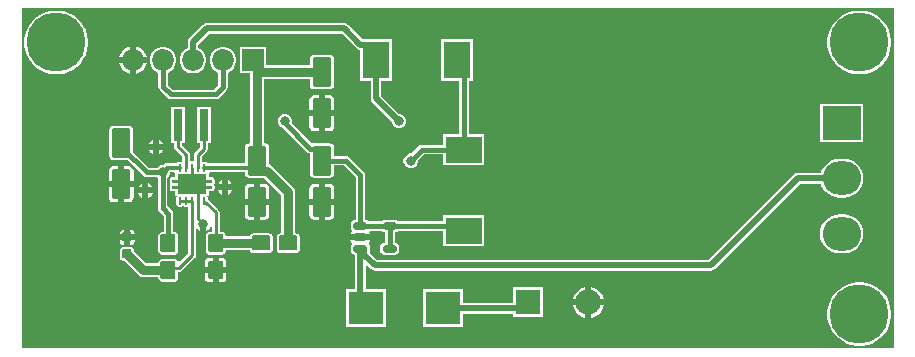
<source format=gbr>
%TF.GenerationSoftware,Altium Limited,Altium Designer,24.0.1 (36)*%
G04 Layer_Physical_Order=1*
G04 Layer_Color=255*
%FSLAX45Y45*%
%MOMM*%
%TF.SameCoordinates,B6A77970-8F51-4162-B198-D5255F9352F6*%
%TF.FilePolarity,Positive*%
%TF.FileFunction,Copper,L1,Top,Signal*%
%TF.Part,Single*%
G01*
G75*
%TA.AperFunction,SMDPad,CuDef*%
%ADD10R,3.12000X2.29000*%
%ADD11R,2.29000X3.12000*%
G04:AMPARAMS|DCode=12|XSize=2.5mm|YSize=1.6mm|CornerRadius=0.12mm|HoleSize=0mm|Usage=FLASHONLY|Rotation=270.000|XOffset=0mm|YOffset=0mm|HoleType=Round|Shape=RoundedRectangle|*
%AMROUNDEDRECTD12*
21,1,2.50000,1.36000,0,0,270.0*
21,1,2.26000,1.60000,0,0,270.0*
1,1,0.24000,-0.68000,-1.13000*
1,1,0.24000,-0.68000,1.13000*
1,1,0.24000,0.68000,1.13000*
1,1,0.24000,0.68000,-1.13000*
%
%ADD12ROUNDEDRECTD12*%
G04:AMPARAMS|DCode=13|XSize=0.6mm|YSize=0.24mm|CornerRadius=0.03mm|HoleSize=0mm|Usage=FLASHONLY|Rotation=270.000|XOffset=0mm|YOffset=0mm|HoleType=Round|Shape=RoundedRectangle|*
%AMROUNDEDRECTD13*
21,1,0.60000,0.18000,0,0,270.0*
21,1,0.54000,0.24000,0,0,270.0*
1,1,0.06000,-0.09000,-0.27000*
1,1,0.06000,-0.09000,0.27000*
1,1,0.06000,0.09000,0.27000*
1,1,0.06000,0.09000,-0.27000*
%
%ADD13ROUNDEDRECTD13*%
G04:AMPARAMS|DCode=14|XSize=1.65mm|YSize=2.4mm|CornerRadius=0.04125mm|HoleSize=0mm|Usage=FLASHONLY|Rotation=270.000|XOffset=0mm|YOffset=0mm|HoleType=Round|Shape=RoundedRectangle|*
%AMROUNDEDRECTD14*
21,1,1.65000,2.31750,0,0,270.0*
21,1,1.56750,2.40000,0,0,270.0*
1,1,0.08250,-1.15875,-0.78375*
1,1,0.08250,-1.15875,0.78375*
1,1,0.08250,1.15875,0.78375*
1,1,0.08250,1.15875,-0.78375*
%
%ADD14ROUNDEDRECTD14*%
G04:AMPARAMS|DCode=15|XSize=1.22mm|YSize=0.6mm|CornerRadius=0.15mm|HoleSize=0mm|Usage=FLASHONLY|Rotation=0.000|XOffset=0mm|YOffset=0mm|HoleType=Round|Shape=RoundedRectangle|*
%AMROUNDEDRECTD15*
21,1,1.22000,0.30000,0,0,0.0*
21,1,0.92000,0.60000,0,0,0.0*
1,1,0.30000,0.46000,-0.15000*
1,1,0.30000,-0.46000,-0.15000*
1,1,0.30000,-0.46000,0.15000*
1,1,0.30000,0.46000,0.15000*
%
%ADD15ROUNDEDRECTD15*%
G04:AMPARAMS|DCode=16|XSize=1.524mm|YSize=1.27mm|CornerRadius=0.09525mm|HoleSize=0mm|Usage=FLASHONLY|Rotation=0.000|XOffset=0mm|YOffset=0mm|HoleType=Round|Shape=RoundedRectangle|*
%AMROUNDEDRECTD16*
21,1,1.52400,1.07950,0,0,0.0*
21,1,1.33350,1.27000,0,0,0.0*
1,1,0.19050,0.66675,-0.53975*
1,1,0.19050,-0.66675,-0.53975*
1,1,0.19050,-0.66675,0.53975*
1,1,0.19050,0.66675,0.53975*
%
%ADD16ROUNDEDRECTD16*%
%ADD17R,3.00000X2.80000*%
%ADD18R,0.80000X2.70000*%
G04:AMPARAMS|DCode=19|XSize=1.524mm|YSize=1.27mm|CornerRadius=0.09525mm|HoleSize=0mm|Usage=FLASHONLY|Rotation=90.000|XOffset=0mm|YOffset=0mm|HoleType=Round|Shape=RoundedRectangle|*
%AMROUNDEDRECTD19*
21,1,1.52400,1.07950,0,0,90.0*
21,1,1.33350,1.27000,0,0,90.0*
1,1,0.19050,0.53975,0.66675*
1,1,0.19050,0.53975,-0.66675*
1,1,0.19050,-0.53975,-0.66675*
1,1,0.19050,-0.53975,0.66675*
%
%ADD19ROUNDEDRECTD19*%
G04:AMPARAMS|DCode=20|XSize=0.762mm|YSize=0.762mm|CornerRadius=0.0381mm|HoleSize=0mm|Usage=FLASHONLY|Rotation=90.000|XOffset=0mm|YOffset=0mm|HoleType=Round|Shape=RoundedRectangle|*
%AMROUNDEDRECTD20*
21,1,0.76200,0.68580,0,0,90.0*
21,1,0.68580,0.76200,0,0,90.0*
1,1,0.07620,0.34290,0.34290*
1,1,0.07620,0.34290,-0.34290*
1,1,0.07620,-0.34290,-0.34290*
1,1,0.07620,-0.34290,0.34290*
%
%ADD20ROUNDEDRECTD20*%
%TA.AperFunction,Conductor*%
%ADD21C,0.40000*%
%ADD22C,0.50000*%
%ADD23C,0.25000*%
%ADD24C,0.75000*%
%ADD25C,0.30000*%
%TA.AperFunction,ComponentPad*%
%ADD26R,3.25000X2.85000*%
%ADD27O,3.25000X2.85000*%
%ADD28C,0.30000*%
%ADD29R,2.15000X2.15000*%
%ADD30C,2.15000*%
%ADD31C,5.00000*%
%ADD32C,1.85000*%
%ADD33R,1.85000X1.85000*%
%TA.AperFunction,ViaPad*%
%ADD34C,0.80000*%
G36*
X7441373Y58627D02*
X58627D01*
Y2941374D01*
X7441373D01*
Y58627D01*
D02*
G37*
%LPC*%
G36*
X1025000Y2614946D02*
Y2525000D01*
X1114946D01*
X1109493Y2545353D01*
X1094023Y2572147D01*
X1072147Y2594024D01*
X1045353Y2609493D01*
X1025000Y2614946D01*
D02*
G37*
G36*
X975000D02*
X954647Y2609493D01*
X927853Y2594024D01*
X905977Y2572147D01*
X890507Y2545353D01*
X885054Y2525000D01*
X975000D01*
Y2614946D01*
D02*
G37*
G36*
X1114946Y2475000D02*
X1025000D01*
Y2385054D01*
X1045353Y2390508D01*
X1072147Y2405977D01*
X1094023Y2427853D01*
X1109493Y2454647D01*
X1114946Y2475000D01*
D02*
G37*
G36*
X975000D02*
X885054D01*
X890507Y2454647D01*
X905977Y2427853D01*
X927853Y2405977D01*
X954647Y2390508D01*
X975000Y2385054D01*
Y2475000D01*
D02*
G37*
G36*
X7171249Y2920000D02*
X7128751D01*
X7086775Y2913352D01*
X7046356Y2900219D01*
X7008489Y2880925D01*
X6974107Y2855945D01*
X6944055Y2825893D01*
X6919075Y2791511D01*
X6899781Y2753644D01*
X6886648Y2713225D01*
X6880000Y2671249D01*
Y2628751D01*
X6886648Y2586775D01*
X6899781Y2546356D01*
X6919075Y2508489D01*
X6944055Y2474107D01*
X6974107Y2444056D01*
X7008489Y2419075D01*
X7046356Y2399781D01*
X7086775Y2386648D01*
X7128751Y2380000D01*
X7171249D01*
X7213225Y2386648D01*
X7253644Y2399781D01*
X7291511Y2419075D01*
X7325893Y2444056D01*
X7355944Y2474107D01*
X7380925Y2508489D01*
X7400219Y2546356D01*
X7413352Y2586775D01*
X7420000Y2628751D01*
Y2671249D01*
X7413352Y2713225D01*
X7400219Y2753644D01*
X7380925Y2791511D01*
X7355944Y2825893D01*
X7325893Y2855945D01*
X7291511Y2880925D01*
X7253644Y2900219D01*
X7213225Y2913352D01*
X7171249Y2920000D01*
D02*
G37*
G36*
X371249D02*
X328751D01*
X286775Y2913352D01*
X246356Y2900219D01*
X208489Y2880925D01*
X174107Y2855945D01*
X144056Y2825893D01*
X119075Y2791511D01*
X99781Y2753644D01*
X86648Y2713225D01*
X80000Y2671249D01*
Y2628751D01*
X86648Y2586775D01*
X99781Y2546356D01*
X119075Y2508489D01*
X144056Y2474107D01*
X174107Y2444056D01*
X208489Y2419075D01*
X246356Y2399781D01*
X286775Y2386648D01*
X328751Y2380000D01*
X371249D01*
X413225Y2386648D01*
X453644Y2399781D01*
X491511Y2419075D01*
X525893Y2444056D01*
X555945Y2474107D01*
X580925Y2508489D01*
X600219Y2546356D01*
X613352Y2586775D01*
X620000Y2628751D01*
Y2671249D01*
X613352Y2713225D01*
X600219Y2753644D01*
X580925Y2791511D01*
X555945Y2825893D01*
X525893Y2855945D01*
X491511Y2880925D01*
X453644Y2900219D01*
X413225Y2913352D01*
X371249Y2920000D01*
D02*
G37*
G36*
X2128500Y2612500D02*
X1903500D01*
Y2387500D01*
X1991373D01*
Y1795627D01*
X1982000D01*
X1969514Y1793143D01*
X1958930Y1786071D01*
X1951857Y1775486D01*
X1949373Y1763000D01*
Y1625686D01*
X1630723D01*
X1630666Y1625974D01*
X1625582Y1633582D01*
X1617974Y1638665D01*
X1609000Y1640450D01*
X1591000D01*
X1583137Y1646904D01*
Y1686275D01*
X1623431Y1726569D01*
X1630614Y1737319D01*
X1633137Y1750000D01*
Y1795000D01*
X1660000D01*
Y2105000D01*
X1540000D01*
Y1795000D01*
X1566864D01*
Y1763726D01*
X1526569Y1723431D01*
X1519386Y1712681D01*
X1516863Y1700000D01*
Y1652002D01*
X1509000Y1645548D01*
X1491000D01*
X1483137Y1652002D01*
Y1700000D01*
X1480614Y1712680D01*
X1473431Y1723431D01*
X1414562Y1782300D01*
X1416578Y1795000D01*
X1440000D01*
Y2105000D01*
X1320000D01*
Y1795000D01*
X1346863D01*
Y1770000D01*
X1349386Y1757319D01*
X1356569Y1746569D01*
X1416864Y1686274D01*
Y1646904D01*
X1409000Y1640450D01*
X1391000D01*
X1382026Y1638665D01*
X1374418Y1633582D01*
X1369335Y1625974D01*
X1369277Y1625686D01*
X1308590D01*
X1305607Y1627679D01*
X1290000Y1630783D01*
X1274393Y1627679D01*
X1261162Y1618838D01*
X1252323Y1610000D01*
X1238065D01*
X1216013Y1600865D01*
X1205931Y1590783D01*
X1134393D01*
X1000627Y1724550D01*
Y1913000D01*
X998143Y1925485D01*
X991070Y1936070D01*
X980485Y1943143D01*
X968000Y1945627D01*
X832000D01*
X819514Y1943143D01*
X808930Y1936070D01*
X801857Y1925485D01*
X799373Y1913000D01*
Y1687000D01*
X801857Y1674514D01*
X808930Y1663929D01*
X819514Y1656856D01*
X832000Y1654373D01*
X955450D01*
X1088661Y1521162D01*
X1088662Y1521162D01*
X1101893Y1512321D01*
X1117500Y1509216D01*
X1117501Y1509216D01*
X1205931D01*
X1209217Y1505931D01*
Y1250001D01*
X1209216Y1250000D01*
X1212321Y1234393D01*
X1221162Y1221162D01*
X1259216Y1183107D01*
Y1046778D01*
X1246025D01*
X1234505Y1044487D01*
X1224739Y1037961D01*
X1218213Y1028195D01*
X1215922Y1016675D01*
Y883325D01*
X1218213Y871805D01*
X1224739Y862039D01*
X1234505Y855513D01*
X1246025Y853222D01*
X1353975D01*
X1365495Y855513D01*
X1375261Y862039D01*
X1381787Y871805D01*
X1384078Y883325D01*
Y1016675D01*
X1381787Y1028195D01*
X1375261Y1037961D01*
X1365495Y1044487D01*
X1353975Y1046778D01*
X1340783D01*
Y1199999D01*
X1340784Y1200000D01*
X1337679Y1215607D01*
X1328838Y1228839D01*
X1290784Y1266893D01*
Y1505931D01*
X1300866Y1516013D01*
X1310000Y1538065D01*
Y1552323D01*
X1311991Y1554314D01*
X1351155D01*
X1357943Y1541614D01*
X1356690Y1539739D01*
X1354430Y1528375D01*
Y1507892D01*
X1330000D01*
X1322196Y1506340D01*
X1315581Y1501919D01*
X1311160Y1495304D01*
X1309608Y1487500D01*
Y1462500D01*
X1311160Y1454696D01*
X1314298Y1450000D01*
X1311160Y1445303D01*
X1309608Y1437500D01*
Y1412500D01*
X1311160Y1404696D01*
X1315581Y1398081D01*
X1322196Y1393660D01*
X1330000Y1392108D01*
X1354430D01*
Y1371625D01*
X1356690Y1360261D01*
X1363127Y1350627D01*
X1369568Y1346323D01*
X1369335Y1345974D01*
X1367549Y1337000D01*
Y1313449D01*
X1366863Y1310000D01*
X1367549Y1306551D01*
Y1283000D01*
X1369335Y1274026D01*
X1374418Y1266418D01*
X1382026Y1261335D01*
X1391000Y1259549D01*
X1409000D01*
X1417974Y1261335D01*
X1425000Y1266029D01*
X1432026Y1261335D01*
X1441000Y1259549D01*
X1459000D01*
X1466863Y1253096D01*
Y863726D01*
X1396062Y792924D01*
X1382282Y797105D01*
X1381787Y799595D01*
X1375261Y809361D01*
X1365495Y815887D01*
X1353975Y818178D01*
X1246025D01*
X1234505Y815887D01*
X1224739Y809361D01*
X1218213Y799595D01*
X1215922Y788075D01*
Y780026D01*
X1113184D01*
X1008566Y884644D01*
Y894590D01*
X1006718Y903880D01*
X1001456Y911756D01*
X993580Y917018D01*
X984290Y918866D01*
X950301D01*
X950000Y918926D01*
X949699Y918866D01*
X915710D01*
X906420Y917018D01*
X898544Y911756D01*
X893281Y903880D01*
X891434Y894590D01*
Y860601D01*
X891374Y860300D01*
X891434Y859999D01*
Y826010D01*
X893281Y816720D01*
X898544Y808844D01*
X906420Y803582D01*
X915710Y801734D01*
X925656D01*
X1047445Y679945D01*
X1066465Y667236D01*
X1088900Y662773D01*
X1215922D01*
Y654725D01*
X1218213Y643205D01*
X1224739Y633439D01*
X1234505Y626913D01*
X1246025Y624622D01*
X1353975D01*
X1365495Y626913D01*
X1375261Y633439D01*
X1381787Y643205D01*
X1384078Y654725D01*
Y703218D01*
X1386355D01*
X1399036Y705741D01*
X1409786Y712924D01*
X1523431Y826569D01*
X1530614Y837319D01*
X1533137Y850000D01*
Y1069770D01*
X1538518Y1072937D01*
X1545837Y1074397D01*
X1556147Y1064087D01*
X1570968Y1055530D01*
X1571058Y1055506D01*
Y1116100D01*
X1621057D01*
Y1055506D01*
X1621147Y1055530D01*
X1635968Y1064087D01*
X1648070Y1076189D01*
X1654163Y1086743D01*
X1666863Y1083340D01*
Y1046778D01*
X1646025D01*
X1634505Y1044487D01*
X1624739Y1037961D01*
X1618213Y1028195D01*
X1615922Y1016675D01*
Y883325D01*
X1618213Y871805D01*
X1624739Y862039D01*
X1634505Y855513D01*
X1646025Y853222D01*
X1753975D01*
X1765495Y855513D01*
X1775261Y862039D01*
X1781787Y871805D01*
X1784078Y883325D01*
Y891373D01*
X1989847D01*
X1991213Y884505D01*
X1997739Y874739D01*
X2007505Y868213D01*
X2019025Y865922D01*
X2152375D01*
X2163895Y868213D01*
X2173661Y874739D01*
X2180187Y884505D01*
X2182478Y896025D01*
Y1003975D01*
X2180187Y1015495D01*
X2173661Y1025261D01*
X2163895Y1031787D01*
X2152375Y1034078D01*
X2019025D01*
X2007505Y1031787D01*
X1997739Y1025261D01*
X1991213Y1015495D01*
X1989847Y1008626D01*
X1784078D01*
Y1016675D01*
X1781787Y1028195D01*
X1775261Y1037961D01*
X1765495Y1044487D01*
X1753975Y1046778D01*
X1733136D01*
Y1210000D01*
X1730614Y1222681D01*
X1723431Y1233431D01*
X1640931Y1315931D01*
X1632451Y1321598D01*
Y1337000D01*
X1630666Y1345974D01*
X1630432Y1346323D01*
X1636873Y1350627D01*
X1643310Y1360261D01*
X1645570Y1371625D01*
Y1392108D01*
X1670000D01*
X1677804Y1393660D01*
X1684419Y1398081D01*
X1688840Y1404696D01*
X1690392Y1412500D01*
Y1437500D01*
X1688840Y1445303D01*
X1685702Y1450000D01*
X1688840Y1454696D01*
X1690392Y1462500D01*
Y1487500D01*
X1688840Y1495304D01*
X1684419Y1501919D01*
X1677804Y1506340D01*
X1670000Y1507892D01*
X1645570D01*
Y1528375D01*
X1643310Y1539739D01*
X1642057Y1541614D01*
X1648846Y1554314D01*
X1949373D01*
Y1537000D01*
X1951857Y1524514D01*
X1958930Y1513929D01*
X1969514Y1506857D01*
X1982000Y1504373D01*
X2089988D01*
X2092500Y1503874D01*
X2113216D01*
X2255673Y1361416D01*
Y1034078D01*
X2247625D01*
X2236105Y1031787D01*
X2226339Y1025261D01*
X2219813Y1015495D01*
X2217522Y1003975D01*
Y896025D01*
X2219813Y884505D01*
X2226339Y874739D01*
X2236105Y868213D01*
X2247625Y865922D01*
X2380975D01*
X2392495Y868213D01*
X2402261Y874739D01*
X2408787Y884505D01*
X2411078Y896025D01*
Y1003975D01*
X2408787Y1015495D01*
X2402261Y1025261D01*
X2392495Y1031787D01*
X2380975Y1034078D01*
X2372926D01*
Y1385700D01*
X2368464Y1408135D01*
X2355755Y1427155D01*
X2178955Y1603955D01*
X2159935Y1616664D01*
X2150627Y1618515D01*
Y1763000D01*
X2148143Y1775486D01*
X2141070Y1786071D01*
X2130485Y1793143D01*
X2118000Y1795627D01*
X2108626D01*
Y2341373D01*
X2499373D01*
Y2287000D01*
X2501857Y2274514D01*
X2508929Y2263929D01*
X2519514Y2256857D01*
X2532000Y2254373D01*
X2668000D01*
X2680485Y2256857D01*
X2691070Y2263929D01*
X2698143Y2274514D01*
X2700627Y2287000D01*
Y2513000D01*
X2698143Y2525485D01*
X2691070Y2536070D01*
X2680485Y2543143D01*
X2668000Y2545627D01*
X2532000D01*
X2519514Y2543143D01*
X2508929Y2536070D01*
X2501857Y2525485D01*
X2499373Y2513000D01*
Y2458626D01*
X2128500D01*
Y2612500D01*
D02*
G37*
G36*
X1776811D02*
X1747189D01*
X1718577Y2604833D01*
X1692923Y2590023D01*
X1671978Y2569077D01*
X1657167Y2543423D01*
X1649500Y2514811D01*
Y2485189D01*
X1657167Y2456577D01*
X1671978Y2430924D01*
X1692923Y2409978D01*
X1718577Y2395167D01*
X1721217Y2394460D01*
Y2286893D01*
X1684907Y2250584D01*
X1337693D01*
X1294784Y2293493D01*
Y2394460D01*
X1297423Y2395167D01*
X1323077Y2409978D01*
X1344022Y2430924D01*
X1358833Y2456577D01*
X1366500Y2485189D01*
Y2514811D01*
X1358833Y2543423D01*
X1344022Y2569077D01*
X1323077Y2590023D01*
X1297423Y2604833D01*
X1268811Y2612500D01*
X1239189D01*
X1210577Y2604833D01*
X1184923Y2590023D01*
X1163978Y2569077D01*
X1149167Y2543423D01*
X1141500Y2514811D01*
Y2485189D01*
X1149167Y2456577D01*
X1163978Y2430924D01*
X1184923Y2409978D01*
X1210577Y2395167D01*
X1213217Y2394460D01*
Y2276601D01*
X1213216Y2276600D01*
X1216321Y2260993D01*
X1225162Y2247762D01*
X1291961Y2180962D01*
X1291962Y2180962D01*
X1305193Y2172121D01*
X1320800Y2169016D01*
X1320801Y2169016D01*
X1701799D01*
X1701800Y2169016D01*
X1717407Y2172121D01*
X1730638Y2180962D01*
X1790838Y2241162D01*
X1799679Y2254393D01*
X1802784Y2270000D01*
X1802784Y2270001D01*
Y2394460D01*
X1805423Y2395167D01*
X1831077Y2409978D01*
X1852022Y2430924D01*
X1866833Y2456577D01*
X1874500Y2485189D01*
Y2514811D01*
X1866833Y2543423D01*
X1852022Y2569077D01*
X1831077Y2590023D01*
X1805423Y2604833D01*
X1776811Y2612500D01*
D02*
G37*
G36*
X2668000Y2200725D02*
X2625000D01*
Y2075000D01*
X2705725D01*
Y2163000D01*
X2702853Y2177437D01*
X2694675Y2189676D01*
X2682436Y2197853D01*
X2668000Y2200725D01*
D02*
G37*
G36*
X2575000D02*
X2532000D01*
X2517563Y2197853D01*
X2505324Y2189676D01*
X2497147Y2177437D01*
X2494275Y2163000D01*
Y2075000D01*
X2575000D01*
Y2200725D01*
D02*
G37*
G36*
X2788400Y2814482D02*
X1625600D01*
X1608042Y2810989D01*
X1593157Y2801043D01*
X1475557Y2683443D01*
X1465611Y2668558D01*
X1462118Y2651000D01*
Y2603414D01*
X1438923Y2590023D01*
X1417978Y2569077D01*
X1403167Y2543423D01*
X1395500Y2514811D01*
Y2485189D01*
X1403167Y2456577D01*
X1417978Y2430924D01*
X1438923Y2409978D01*
X1464577Y2395167D01*
X1493189Y2387500D01*
X1522811D01*
X1551423Y2395167D01*
X1577077Y2409978D01*
X1598022Y2430924D01*
X1612833Y2456577D01*
X1620500Y2485189D01*
Y2514811D01*
X1612833Y2543423D01*
X1598022Y2569077D01*
X1577077Y2590023D01*
X1553882Y2603414D01*
Y2631995D01*
X1644605Y2722718D01*
X2769395D01*
X2893557Y2598557D01*
X2908442Y2588611D01*
X2922500Y2585815D01*
Y2324000D01*
X3011118D01*
Y2175400D01*
X3014611Y2157842D01*
X3024557Y2142957D01*
X3191200Y1976314D01*
Y1969265D01*
X3200334Y1947213D01*
X3217213Y1930334D01*
X3239265Y1921200D01*
X3263135D01*
X3285187Y1930334D01*
X3302066Y1947213D01*
X3311200Y1969265D01*
Y1993135D01*
X3302066Y2015187D01*
X3285187Y2032066D01*
X3263135Y2041200D01*
X3256086D01*
X3102882Y2194405D01*
Y2324000D01*
X3191500D01*
Y2676000D01*
X2971932D01*
X2967500Y2676882D01*
X2945005D01*
X2820843Y2801043D01*
X2805958Y2810989D01*
X2788400Y2814482D01*
D02*
G37*
G36*
X2705725Y2025000D02*
X2625000D01*
Y1899275D01*
X2668000D01*
X2682436Y1902147D01*
X2694675Y1910324D01*
X2702853Y1922563D01*
X2705725Y1937000D01*
Y2025000D01*
D02*
G37*
G36*
X2575000D02*
X2494275D01*
Y1937000D01*
X2497147Y1922563D01*
X2505324Y1910324D01*
X2517563Y1902147D01*
X2532000Y1899275D01*
X2575000D01*
Y2025000D01*
D02*
G37*
G36*
X7182500Y2132500D02*
X6817500D01*
Y1807500D01*
X7182500D01*
Y2132500D01*
D02*
G37*
G36*
X1218800Y1825894D02*
Y1790300D01*
X1254394D01*
X1254370Y1790389D01*
X1245813Y1805211D01*
X1233711Y1817313D01*
X1218889Y1825870D01*
X1218800Y1825894D01*
D02*
G37*
G36*
X1168800D02*
X1168711Y1825870D01*
X1153889Y1817313D01*
X1141787Y1805211D01*
X1133230Y1790389D01*
X1133206Y1790300D01*
X1168800D01*
Y1825894D01*
D02*
G37*
G36*
X3877500Y2676000D02*
X3608500D01*
Y2324000D01*
X3759217D01*
Y1877500D01*
X3624000D01*
Y1783784D01*
X3443001D01*
X3443000Y1783784D01*
X3427393Y1780679D01*
X3414162Y1771838D01*
X3352323Y1710000D01*
X3338065D01*
X3316013Y1700866D01*
X3299134Y1683987D01*
X3290000Y1661935D01*
Y1638065D01*
X3299134Y1616013D01*
X3316013Y1599134D01*
X3338065Y1590000D01*
X3361935D01*
X3383987Y1599134D01*
X3400865Y1616013D01*
X3410000Y1638065D01*
Y1652323D01*
X3459893Y1702217D01*
X3624000D01*
Y1608500D01*
X3976000D01*
Y1877500D01*
X3840784D01*
Y2324000D01*
X3877500D01*
Y2676000D01*
D02*
G37*
G36*
X1254394Y1740300D02*
X1218800D01*
Y1704706D01*
X1218889Y1704730D01*
X1233711Y1713287D01*
X1245813Y1725389D01*
X1254370Y1740211D01*
X1254394Y1740300D01*
D02*
G37*
G36*
X1168800D02*
X1133206D01*
X1133230Y1740211D01*
X1141787Y1725389D01*
X1153889Y1713287D01*
X1168711Y1704730D01*
X1168800Y1704706D01*
Y1740300D01*
D02*
G37*
G36*
X968000Y1600725D02*
X925000D01*
Y1475000D01*
X1005725D01*
Y1563000D01*
X1002853Y1577437D01*
X994675Y1589676D01*
X982436Y1597853D01*
X968000Y1600725D01*
D02*
G37*
G36*
X875000D02*
X832000D01*
X817564Y1597853D01*
X805325Y1589676D01*
X797147Y1577437D01*
X794275Y1563000D01*
Y1475000D01*
X875000D01*
Y1600725D01*
D02*
G37*
G36*
X1803000Y1482994D02*
Y1447400D01*
X1838594D01*
X1838570Y1447489D01*
X1830013Y1462311D01*
X1817911Y1474413D01*
X1803089Y1482970D01*
X1803000Y1482994D01*
D02*
G37*
G36*
X1753000D02*
X1752911Y1482970D01*
X1738089Y1474413D01*
X1725987Y1462311D01*
X1717430Y1447489D01*
X1717406Y1447400D01*
X1753000D01*
Y1482994D01*
D02*
G37*
G36*
X1129900Y1457594D02*
Y1422000D01*
X1165494D01*
X1165470Y1422089D01*
X1156913Y1436911D01*
X1144811Y1449013D01*
X1129989Y1457570D01*
X1129900Y1457594D01*
D02*
G37*
G36*
X1079900D02*
X1079811Y1457570D01*
X1064989Y1449013D01*
X1052887Y1436911D01*
X1044330Y1422089D01*
X1044306Y1422000D01*
X1079900D01*
Y1457594D01*
D02*
G37*
G36*
X1838594Y1397400D02*
X1803000D01*
Y1361806D01*
X1803089Y1361830D01*
X1817911Y1370387D01*
X1830013Y1382489D01*
X1838570Y1397311D01*
X1838594Y1397400D01*
D02*
G37*
G36*
X1753000D02*
X1717406D01*
X1717430Y1397311D01*
X1725987Y1382489D01*
X1738089Y1370387D01*
X1752911Y1361830D01*
X1753000Y1361806D01*
Y1397400D01*
D02*
G37*
G36*
X7020000Y1663286D02*
X6980000D01*
X6948144Y1660149D01*
X6917513Y1650857D01*
X6889283Y1635768D01*
X6864539Y1615461D01*
X6844232Y1590717D01*
X6829143Y1562487D01*
X6824106Y1545882D01*
X6630800D01*
X6613242Y1542389D01*
X6598357Y1532443D01*
X5873795Y807882D01*
X3067005D01*
X3005271Y869615D01*
Y880375D01*
X3007186Y890000D01*
Y920000D01*
X3004469Y933656D01*
X2996734Y945233D01*
X3001234Y957501D01*
X3009179Y969393D01*
X3010294Y975000D01*
X2840706D01*
X2841821Y969393D01*
X2849767Y957501D01*
X2854267Y945233D01*
X2846531Y933656D01*
X2843814Y920000D01*
Y890000D01*
X2846531Y876344D01*
X2854267Y864766D01*
X2865844Y857031D01*
X2879500Y854314D01*
X2879619D01*
Y560000D01*
X2805000D01*
Y240000D01*
X3145000D01*
Y560000D01*
X2971382D01*
Y757138D01*
X2983115Y761999D01*
X3015557Y729557D01*
X3030442Y719611D01*
X3048000Y716118D01*
X5892800D01*
X5910358Y719611D01*
X5925243Y729557D01*
X6649805Y1454119D01*
X6824106D01*
X6829143Y1437513D01*
X6844232Y1409283D01*
X6864539Y1384539D01*
X6889283Y1364232D01*
X6917513Y1349143D01*
X6948144Y1339851D01*
X6980000Y1336714D01*
X7020000D01*
X7051856Y1339851D01*
X7082487Y1349143D01*
X7110717Y1364232D01*
X7135461Y1384539D01*
X7155768Y1409283D01*
X7170857Y1437513D01*
X7180149Y1468144D01*
X7183286Y1500000D01*
X7180149Y1531856D01*
X7170857Y1562487D01*
X7155768Y1590717D01*
X7135461Y1615461D01*
X7110717Y1635768D01*
X7082487Y1650857D01*
X7051856Y1660149D01*
X7020000Y1663286D01*
D02*
G37*
G36*
X1165494Y1372000D02*
X1129900D01*
Y1336406D01*
X1129989Y1336430D01*
X1144811Y1344987D01*
X1156913Y1357089D01*
X1165470Y1371911D01*
X1165494Y1372000D01*
D02*
G37*
G36*
X1079900D02*
X1044306D01*
X1044330Y1371911D01*
X1052887Y1357089D01*
X1064989Y1344987D01*
X1079811Y1336430D01*
X1079900Y1336406D01*
Y1372000D01*
D02*
G37*
G36*
X2118000Y1450725D02*
X2075000D01*
Y1325000D01*
X2155725D01*
Y1413000D01*
X2152853Y1427437D01*
X2144675Y1439676D01*
X2132436Y1447853D01*
X2118000Y1450725D01*
D02*
G37*
G36*
X2025000D02*
X1982000D01*
X1967564Y1447853D01*
X1955325Y1439676D01*
X1947147Y1427437D01*
X1944275Y1413000D01*
Y1325000D01*
X2025000D01*
Y1450725D01*
D02*
G37*
G36*
X2668000Y1450725D02*
X2625000D01*
Y1325000D01*
X2705725D01*
Y1413000D01*
X2702853Y1427437D01*
X2694675Y1439676D01*
X2682436Y1447853D01*
X2668000Y1450725D01*
D02*
G37*
G36*
X2575000D02*
X2532000D01*
X2517563Y1447853D01*
X2505324Y1439676D01*
X2497147Y1427437D01*
X2494275Y1413000D01*
Y1325000D01*
X2575000D01*
Y1450725D01*
D02*
G37*
G36*
X1005725Y1425000D02*
X925000D01*
Y1299275D01*
X968000D01*
X982436Y1302147D01*
X994675Y1310324D01*
X1002853Y1322563D01*
X1005725Y1337000D01*
Y1425000D01*
D02*
G37*
G36*
X875000D02*
X794275D01*
Y1337000D01*
X797147Y1322563D01*
X805325Y1310324D01*
X817564Y1302147D01*
X832000Y1299275D01*
X875000D01*
Y1425000D01*
D02*
G37*
G36*
X2155725Y1275000D02*
X2075000D01*
Y1149275D01*
X2118000D01*
X2132436Y1152147D01*
X2144675Y1160325D01*
X2152853Y1172564D01*
X2155725Y1187000D01*
Y1275000D01*
D02*
G37*
G36*
X2025000D02*
X1944275D01*
Y1187000D01*
X1947147Y1172564D01*
X1955325Y1160325D01*
X1967564Y1152147D01*
X1982000Y1149275D01*
X2025000D01*
Y1275000D01*
D02*
G37*
G36*
X2705725Y1275000D02*
X2625000D01*
Y1149275D01*
X2668000D01*
X2682436Y1152147D01*
X2694675Y1160324D01*
X2702853Y1172563D01*
X2705725Y1187000D01*
Y1275000D01*
D02*
G37*
G36*
X2575000D02*
X2494275D01*
Y1187000D01*
X2497147Y1172563D01*
X2505324Y1160324D01*
X2517563Y1152147D01*
X2532000Y1149275D01*
X2575000D01*
Y1275000D01*
D02*
G37*
G36*
X984290Y1063664D02*
X975000D01*
Y1025000D01*
X1013664D01*
Y1034290D01*
X1011428Y1045531D01*
X1005061Y1055061D01*
X995531Y1061428D01*
X984290Y1063664D01*
D02*
G37*
G36*
X925000D02*
X915710D01*
X904469Y1061428D01*
X894939Y1055061D01*
X888572Y1045531D01*
X886336Y1034290D01*
Y1025000D01*
X925000D01*
Y1063664D01*
D02*
G37*
G36*
X1013664Y975000D02*
X975000D01*
Y936336D01*
X984290D01*
X995531Y938572D01*
X1005061Y944939D01*
X1011428Y954469D01*
X1013664Y965710D01*
Y975000D01*
D02*
G37*
G36*
X925000D02*
X886336D01*
Y965710D01*
X888572Y954469D01*
X894939Y944939D01*
X904469Y938572D01*
X915710Y936336D01*
X925000D01*
Y975000D01*
D02*
G37*
G36*
X2297935Y2041200D02*
X2274065D01*
X2252013Y2032066D01*
X2235134Y2015187D01*
X2226000Y1993135D01*
Y1969265D01*
X2235134Y1947213D01*
X2252013Y1930334D01*
X2269042Y1923281D01*
X2469749Y1722574D01*
X2469750Y1722573D01*
X2482981Y1713732D01*
X2498588Y1710628D01*
X2499373Y1698508D01*
Y1537000D01*
X2501857Y1524514D01*
X2508929Y1513929D01*
X2519514Y1506857D01*
X2532000Y1504373D01*
X2668000D01*
X2680485Y1506857D01*
X2691070Y1513929D01*
X2698143Y1524514D01*
X2700627Y1537000D01*
Y1609216D01*
X2783107D01*
X2884717Y1507607D01*
Y1145686D01*
X2879500D01*
X2865844Y1142969D01*
X2854267Y1135234D01*
X2846531Y1123656D01*
X2843814Y1110000D01*
Y1080000D01*
X2846531Y1066344D01*
X2854267Y1054767D01*
X2849767Y1042499D01*
X2841821Y1030607D01*
X2840706Y1025000D01*
X3010294D01*
X3009179Y1030607D01*
X3001890Y1041517D01*
X3004574Y1049963D01*
X3007515Y1054217D01*
X3104089D01*
X3114844Y1047031D01*
X3128500Y1044314D01*
X3133716D01*
Y955686D01*
X3128500D01*
X3114844Y952969D01*
X3103266Y945234D01*
X3095531Y933656D01*
X3092814Y920000D01*
Y890000D01*
X3095531Y876344D01*
X3103266Y864766D01*
X3114844Y857031D01*
X3128500Y854314D01*
X3220500D01*
X3234156Y857031D01*
X3245733Y864766D01*
X3253469Y876344D01*
X3256186Y890000D01*
Y920000D01*
X3253469Y933656D01*
X3245733Y945234D01*
X3234156Y952969D01*
X3220500Y955686D01*
X3215283D01*
Y1044314D01*
X3220500D01*
X3234156Y1047031D01*
X3244910Y1054217D01*
X3624000D01*
Y922500D01*
X3976000D01*
Y1191500D01*
X3624000D01*
Y1135784D01*
X3244910D01*
X3234156Y1142969D01*
X3220500Y1145686D01*
X3128500D01*
X3114844Y1142969D01*
X3104089Y1135784D01*
X2995911D01*
X2985156Y1142969D01*
X2971500Y1145686D01*
X2966284D01*
Y1524500D01*
X2963179Y1540107D01*
X2954339Y1553338D01*
X2954338Y1553339D01*
X2828839Y1678838D01*
X2815608Y1687679D01*
X2800000Y1690784D01*
X2799999Y1690783D01*
X2700627D01*
Y1763000D01*
X2698143Y1775485D01*
X2691070Y1786070D01*
X2680485Y1793143D01*
X2668000Y1795627D01*
X2532000D01*
X2519514Y1793143D01*
X2518096Y1792195D01*
X2515481D01*
X2343777Y1963899D01*
X2346000Y1969265D01*
Y1993135D01*
X2336866Y2015187D01*
X2319987Y2032066D01*
X2297935Y2041200D01*
D02*
G37*
G36*
X7020000Y1193286D02*
X6980000D01*
X6948144Y1190149D01*
X6917513Y1180857D01*
X6889283Y1165768D01*
X6864539Y1145461D01*
X6844232Y1120717D01*
X6829143Y1092487D01*
X6819851Y1061856D01*
X6816714Y1030000D01*
X6819851Y998144D01*
X6829143Y967513D01*
X6844232Y939283D01*
X6864539Y914539D01*
X6889283Y894232D01*
X6917513Y879143D01*
X6948144Y869851D01*
X6980000Y866714D01*
X7020000D01*
X7051856Y869851D01*
X7082487Y879143D01*
X7110717Y894232D01*
X7135461Y914539D01*
X7155768Y939283D01*
X7170857Y967513D01*
X7180149Y998144D01*
X7183286Y1030000D01*
X7180149Y1061856D01*
X7170857Y1092487D01*
X7155768Y1120717D01*
X7135461Y1145461D01*
X7110717Y1165768D01*
X7082487Y1180857D01*
X7051856Y1190149D01*
X7020000Y1193286D01*
D02*
G37*
G36*
X1753975Y823276D02*
X1725000D01*
Y746400D01*
X1789176D01*
Y788075D01*
X1786497Y801546D01*
X1778866Y812966D01*
X1767446Y820597D01*
X1753975Y823276D01*
D02*
G37*
G36*
X1675000D02*
X1646025D01*
X1632554Y820597D01*
X1621134Y812966D01*
X1613503Y801546D01*
X1610824Y788075D01*
Y746400D01*
X1675000D01*
Y823276D01*
D02*
G37*
G36*
X1789176Y696400D02*
X1725000D01*
Y619524D01*
X1753975D01*
X1767446Y622203D01*
X1778866Y629834D01*
X1786497Y641254D01*
X1789176Y654725D01*
Y696400D01*
D02*
G37*
G36*
X1675000D02*
X1610824D01*
Y654725D01*
X1613503Y641254D01*
X1621134Y629834D01*
X1632554Y622203D01*
X1646025Y619524D01*
X1675000D01*
Y696400D01*
D02*
G37*
G36*
X4879000Y580475D02*
Y475000D01*
X4984475D01*
X4977470Y501143D01*
X4960026Y531357D01*
X4935357Y556026D01*
X4905143Y573470D01*
X4879000Y580475D01*
D02*
G37*
G36*
X4829000D02*
X4802857Y573470D01*
X4772643Y556026D01*
X4747974Y531357D01*
X4730530Y501143D01*
X4723525Y475000D01*
X4829000D01*
Y580475D01*
D02*
G37*
G36*
X4473500Y577500D02*
X4218500D01*
Y445882D01*
X3795000D01*
Y560000D01*
X3455000D01*
Y240000D01*
X3795000D01*
Y354118D01*
X4218500D01*
Y322500D01*
X4473500D01*
Y577500D01*
D02*
G37*
G36*
X4984475Y425000D02*
X4879000D01*
Y319525D01*
X4905143Y326530D01*
X4935357Y343974D01*
X4960026Y368643D01*
X4977470Y398857D01*
X4984475Y425000D01*
D02*
G37*
G36*
X4829000D02*
X4723525D01*
X4730530Y398857D01*
X4747974Y368643D01*
X4772643Y343974D01*
X4802857Y326530D01*
X4829000Y319525D01*
Y425000D01*
D02*
G37*
G36*
X7171249Y620000D02*
X7128751D01*
X7086775Y613352D01*
X7046356Y600219D01*
X7008489Y580925D01*
X6974107Y555945D01*
X6944055Y525893D01*
X6919075Y491511D01*
X6899781Y453644D01*
X6886648Y413225D01*
X6880000Y371249D01*
Y328751D01*
X6886648Y286775D01*
X6899781Y246356D01*
X6919075Y208489D01*
X6944055Y174107D01*
X6974107Y144056D01*
X7008489Y119075D01*
X7046356Y99781D01*
X7086775Y86648D01*
X7128751Y80000D01*
X7171249D01*
X7213225Y86648D01*
X7253644Y99781D01*
X7291511Y119075D01*
X7325893Y144056D01*
X7355944Y174107D01*
X7380925Y208489D01*
X7400219Y246356D01*
X7413352Y286775D01*
X7420000Y328751D01*
Y371249D01*
X7413352Y413225D01*
X7400219Y453644D01*
X7380925Y491511D01*
X7355944Y525893D01*
X7325893Y555945D01*
X7291511Y580925D01*
X7253644Y600219D01*
X7213225Y613352D01*
X7171249Y620000D01*
D02*
G37*
%LPD*%
G36*
X1620000Y1487500D02*
X1670000D01*
Y1462500D01*
X1620000D01*
Y1437500D01*
X1670000D01*
Y1412500D01*
X1620000D01*
Y1367500D01*
X1380000D01*
Y1412500D01*
X1330000D01*
Y1437500D01*
X1380000D01*
Y1462500D01*
X1330000D01*
Y1487500D01*
X1380000D01*
Y1532500D01*
X1620000D01*
Y1487500D01*
D02*
G37*
D10*
X3800000Y1057000D02*
D03*
Y1743000D02*
D03*
D11*
X3057000Y2500000D02*
D03*
X3743000D02*
D03*
D12*
X2600000Y2400000D02*
D03*
Y2050000D02*
D03*
Y1650000D02*
D03*
Y1300000D02*
D03*
X2050000Y1300000D02*
D03*
Y1650000D02*
D03*
X900000Y1800000D02*
D03*
Y1450000D02*
D03*
D13*
X1600000Y1590000D02*
D03*
X1550000D02*
D03*
X1500000D02*
D03*
X1450000D02*
D03*
X1400000D02*
D03*
Y1310000D02*
D03*
X1450000D02*
D03*
X1500000D02*
D03*
X1550000D02*
D03*
X1600000D02*
D03*
D14*
X1500000Y1450000D02*
D03*
D15*
X3174500Y1095000D02*
D03*
Y905000D02*
D03*
X2925500D02*
D03*
Y1000000D02*
D03*
Y1095000D02*
D03*
D16*
X2314300Y950000D02*
D03*
X2085700D02*
D03*
D17*
X2975000Y400000D02*
D03*
X3625000D02*
D03*
D18*
X1600000Y1950000D02*
D03*
X1380000D02*
D03*
D19*
X1300000Y950000D02*
D03*
Y721400D02*
D03*
X1700000D02*
D03*
Y950000D02*
D03*
D20*
X950000Y860300D02*
D03*
Y1000000D02*
D03*
D21*
X2925500Y1095000D02*
X3174500D01*
X1701800Y2209800D02*
X1762000Y2270000D01*
Y2500000D01*
X1320800Y2209800D02*
X1701800D01*
X1254000Y2276600D02*
X1320800Y2209800D01*
X1254000Y2276600D02*
Y2500000D01*
X2286000Y1964000D02*
X2498588Y1751412D01*
X2286000Y1964000D02*
Y1981200D01*
X2498588Y1751412D02*
X2540000D01*
X2600000Y1691411D01*
Y1650000D02*
Y1691411D01*
X3743000Y2500000D02*
X3800000Y2443000D01*
Y1743000D02*
Y2443000D01*
X3174500Y905000D02*
Y1095000D01*
X3762000D01*
X3800000Y1057000D01*
X2600000Y1650000D02*
X2800000D01*
X2925500Y1524500D01*
Y1095000D02*
Y1524500D01*
X3443000Y1743000D02*
X3800000D01*
X3350000Y1650000D02*
X3443000Y1743000D01*
X900000Y1767500D02*
X1117500Y1550000D01*
X1250000D01*
Y1250000D02*
Y1550000D01*
X1290000Y1590000D01*
X1250000Y1250000D02*
X1300000Y1200000D01*
Y950000D02*
Y1200000D01*
D22*
X1508000Y2651000D02*
X1625600Y2768600D01*
X1508000Y2500000D02*
Y2651000D01*
X1625600Y2768600D02*
X2788400D01*
X2926000Y2631000D01*
X3057000Y2500000D02*
Y2541500D01*
X2967500Y2631000D02*
X3057000Y2541500D01*
X2926000Y2631000D02*
X2967500D01*
X3057000Y2175400D02*
Y2500000D01*
Y2175400D02*
X3251200Y1981200D01*
X2954390Y905000D02*
X2959390Y900000D01*
Y850610D02*
Y900000D01*
Y850610D02*
X3048000Y762000D01*
X2925500Y905000D02*
X2954390D01*
X3048000Y762000D02*
X5892800D01*
X6630800Y1500000D01*
X7000000D01*
X4296000Y400000D02*
X4346000Y450000D01*
X3625000Y400000D02*
X4296000D01*
X2925500Y449500D02*
Y905000D01*
Y449500D02*
X2975000Y400000D01*
D23*
X1500000Y1507500D02*
Y1590000D01*
X1550000Y1310000D02*
Y1400000D01*
X1500000Y1450000D02*
X1550000Y1400000D01*
Y1162158D02*
X1596058Y1116100D01*
X1550000Y1162158D02*
Y1310000D01*
X1500000Y850000D02*
Y1310000D01*
X1450000D02*
X1500000D01*
X1400000D02*
X1450000D01*
X1386355Y736355D02*
X1500000Y850000D01*
X1300000Y721400D02*
X1314955Y736355D01*
X1386355D01*
X1600500Y1292500D02*
X1617500D01*
X1700000Y1210000D01*
Y950000D02*
Y1210000D01*
X1600000Y1293000D02*
Y1310000D01*
Y1293000D02*
X1600500Y1292500D01*
X900000Y1767500D02*
Y1800000D01*
X1600000Y1750000D02*
Y1950000D01*
X1550000Y1700000D02*
X1600000Y1750000D01*
X1550000Y1590000D02*
Y1700000D01*
X1380000Y1770000D02*
Y1950000D01*
X1450000Y1590000D02*
Y1700000D01*
X1380000Y1770000D02*
X1450000Y1700000D01*
D24*
X2050000Y1650000D02*
Y2450000D01*
X2000000Y2500000D02*
X2050000Y2450000D01*
X2100000Y2400000D02*
X2600000D01*
X950000Y860300D02*
X1088900Y721400D01*
X1300000D01*
X1700000Y950000D02*
X2085700D01*
X2092500Y1562500D02*
X2137500D01*
X2050000Y1605000D02*
Y1650000D01*
X2314300Y950000D02*
Y1385700D01*
X2137500Y1562500D02*
X2314300Y1385700D01*
X2050000Y1605000D02*
X2092500Y1562500D01*
D25*
X1990000Y1590000D02*
X2050000Y1650000D01*
X1290000Y1590000D02*
X1400000D01*
X1600000D02*
X1990000D01*
D26*
X7000000Y1970000D02*
D03*
D27*
Y1500000D02*
D03*
Y1030000D02*
D03*
D28*
X1405000Y1450000D02*
D03*
X1500000Y1507500D02*
D03*
Y1392500D02*
D03*
X1595000Y1450000D02*
D03*
D29*
X4346000Y450000D02*
D03*
D30*
X4854000D02*
D03*
D31*
X350000Y2650000D02*
D03*
X7150000Y350000D02*
D03*
Y2650000D02*
D03*
D32*
X1000000Y2500000D02*
D03*
X1762000D02*
D03*
X1508000D02*
D03*
X1254000D02*
D03*
D33*
X2016000D02*
D03*
D34*
X1193800Y1765300D02*
D03*
X1104900Y1397000D02*
D03*
X1778000Y1422400D02*
D03*
X1596058Y1116100D02*
D03*
X3251200Y1981200D02*
D03*
X2286000D02*
D03*
X3350000Y1650000D02*
D03*
X1250000Y1550000D02*
D03*
%TF.MD5,5c5dede05dba6a0e84e6547d470b24aa*%
M02*

</source>
